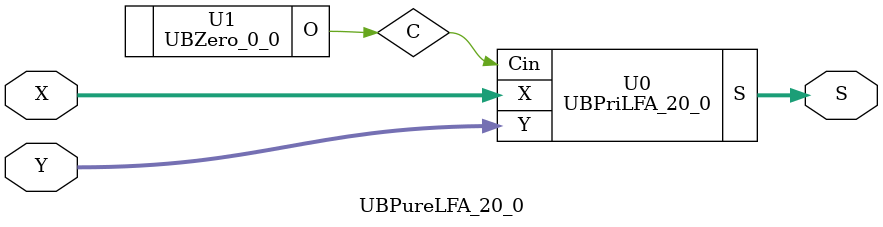
<source format=v>
/*----------------------------------------------------------------------------
  Copyright (c) 2021 Homma laboratory. All rights reserved.

  Top module: UBLFA_20_0_20_0

  Operand-1 length: 21
  Operand-2 length: 21
  Two-operand addition algorithm: Ladner-Fischer adder
----------------------------------------------------------------------------*/

module GPGenerator(Go, Po, A, B);
  output Go;
  output Po;
  input A;
  input B;
  assign Go = A & B;
  assign Po = A ^ B;
endmodule

module CarryOperator(Go, Po, Gi1, Pi1, Gi2, Pi2);
  output Go;
  output Po;
  input Gi1;
  input Gi2;
  input Pi1;
  input Pi2;
  assign Go = Gi1 | ( Gi2 & Pi1 );
  assign Po = Pi1 & Pi2;
endmodule

module UBPriLFA_20_0(S, X, Y, Cin);
  output [21:0] S;
  input Cin;
  input [20:0] X;
  input [20:0] Y;
  wire [20:0] G0;
  wire [20:0] G1;
  wire [20:0] G2;
  wire [20:0] G3;
  wire [20:0] G4;
  wire [20:0] G5;
  wire [20:0] P0;
  wire [20:0] P1;
  wire [20:0] P2;
  wire [20:0] P3;
  wire [20:0] P4;
  wire [20:0] P5;
  assign P1[0] = P0[0];
  assign G1[0] = G0[0];
  assign P1[2] = P0[2];
  assign G1[2] = G0[2];
  assign P1[4] = P0[4];
  assign G1[4] = G0[4];
  assign P1[6] = P0[6];
  assign G1[6] = G0[6];
  assign P1[8] = P0[8];
  assign G1[8] = G0[8];
  assign P1[10] = P0[10];
  assign G1[10] = G0[10];
  assign P1[12] = P0[12];
  assign G1[12] = G0[12];
  assign P1[14] = P0[14];
  assign G1[14] = G0[14];
  assign P1[16] = P0[16];
  assign G1[16] = G0[16];
  assign P1[18] = P0[18];
  assign G1[18] = G0[18];
  assign P1[20] = P0[20];
  assign G1[20] = G0[20];
  assign P2[0] = P1[0];
  assign G2[0] = G1[0];
  assign P2[1] = P1[1];
  assign G2[1] = G1[1];
  assign P2[4] = P1[4];
  assign G2[4] = G1[4];
  assign P2[5] = P1[5];
  assign G2[5] = G1[5];
  assign P2[8] = P1[8];
  assign G2[8] = G1[8];
  assign P2[9] = P1[9];
  assign G2[9] = G1[9];
  assign P2[12] = P1[12];
  assign G2[12] = G1[12];
  assign P2[13] = P1[13];
  assign G2[13] = G1[13];
  assign P2[16] = P1[16];
  assign G2[16] = G1[16];
  assign P2[17] = P1[17];
  assign G2[17] = G1[17];
  assign P2[20] = P1[20];
  assign G2[20] = G1[20];
  assign P3[0] = P2[0];
  assign G3[0] = G2[0];
  assign P3[1] = P2[1];
  assign G3[1] = G2[1];
  assign P3[2] = P2[2];
  assign G3[2] = G2[2];
  assign P3[3] = P2[3];
  assign G3[3] = G2[3];
  assign P3[8] = P2[8];
  assign G3[8] = G2[8];
  assign P3[9] = P2[9];
  assign G3[9] = G2[9];
  assign P3[10] = P2[10];
  assign G3[10] = G2[10];
  assign P3[11] = P2[11];
  assign G3[11] = G2[11];
  assign P3[16] = P2[16];
  assign G3[16] = G2[16];
  assign P3[17] = P2[17];
  assign G3[17] = G2[17];
  assign P3[18] = P2[18];
  assign G3[18] = G2[18];
  assign P3[19] = P2[19];
  assign G3[19] = G2[19];
  assign P4[0] = P3[0];
  assign G4[0] = G3[0];
  assign P4[1] = P3[1];
  assign G4[1] = G3[1];
  assign P4[2] = P3[2];
  assign G4[2] = G3[2];
  assign P4[3] = P3[3];
  assign G4[3] = G3[3];
  assign P4[4] = P3[4];
  assign G4[4] = G3[4];
  assign P4[5] = P3[5];
  assign G4[5] = G3[5];
  assign P4[6] = P3[6];
  assign G4[6] = G3[6];
  assign P4[7] = P3[7];
  assign G4[7] = G3[7];
  assign P4[16] = P3[16];
  assign G4[16] = G3[16];
  assign P4[17] = P3[17];
  assign G4[17] = G3[17];
  assign P4[18] = P3[18];
  assign G4[18] = G3[18];
  assign P4[19] = P3[19];
  assign G4[19] = G3[19];
  assign P4[20] = P3[20];
  assign G4[20] = G3[20];
  assign P5[0] = P4[0];
  assign G5[0] = G4[0];
  assign P5[1] = P4[1];
  assign G5[1] = G4[1];
  assign P5[2] = P4[2];
  assign G5[2] = G4[2];
  assign P5[3] = P4[3];
  assign G5[3] = G4[3];
  assign P5[4] = P4[4];
  assign G5[4] = G4[4];
  assign P5[5] = P4[5];
  assign G5[5] = G4[5];
  assign P5[6] = P4[6];
  assign G5[6] = G4[6];
  assign P5[7] = P4[7];
  assign G5[7] = G4[7];
  assign P5[8] = P4[8];
  assign G5[8] = G4[8];
  assign P5[9] = P4[9];
  assign G5[9] = G4[9];
  assign P5[10] = P4[10];
  assign G5[10] = G4[10];
  assign P5[11] = P4[11];
  assign G5[11] = G4[11];
  assign P5[12] = P4[12];
  assign G5[12] = G4[12];
  assign P5[13] = P4[13];
  assign G5[13] = G4[13];
  assign P5[14] = P4[14];
  assign G5[14] = G4[14];
  assign P5[15] = P4[15];
  assign G5[15] = G4[15];
  assign S[0] = Cin ^ P0[0];
  assign S[1] = ( G5[0] | ( P5[0] & Cin ) ) ^ P0[1];
  assign S[2] = ( G5[1] | ( P5[1] & Cin ) ) ^ P0[2];
  assign S[3] = ( G5[2] | ( P5[2] & Cin ) ) ^ P0[3];
  assign S[4] = ( G5[3] | ( P5[3] & Cin ) ) ^ P0[4];
  assign S[5] = ( G5[4] | ( P5[4] & Cin ) ) ^ P0[5];
  assign S[6] = ( G5[5] | ( P5[5] & Cin ) ) ^ P0[6];
  assign S[7] = ( G5[6] | ( P5[6] & Cin ) ) ^ P0[7];
  assign S[8] = ( G5[7] | ( P5[7] & Cin ) ) ^ P0[8];
  assign S[9] = ( G5[8] | ( P5[8] & Cin ) ) ^ P0[9];
  assign S[10] = ( G5[9] | ( P5[9] & Cin ) ) ^ P0[10];
  assign S[11] = ( G5[10] | ( P5[10] & Cin ) ) ^ P0[11];
  assign S[12] = ( G5[11] | ( P5[11] & Cin ) ) ^ P0[12];
  assign S[13] = ( G5[12] | ( P5[12] & Cin ) ) ^ P0[13];
  assign S[14] = ( G5[13] | ( P5[13] & Cin ) ) ^ P0[14];
  assign S[15] = ( G5[14] | ( P5[14] & Cin ) ) ^ P0[15];
  assign S[16] = ( G5[15] | ( P5[15] & Cin ) ) ^ P0[16];
  assign S[17] = ( G5[16] | ( P5[16] & Cin ) ) ^ P0[17];
  assign S[18] = ( G5[17] | ( P5[17] & Cin ) ) ^ P0[18];
  assign S[19] = ( G5[18] | ( P5[18] & Cin ) ) ^ P0[19];
  assign S[20] = ( G5[19] | ( P5[19] & Cin ) ) ^ P0[20];
  assign S[21] = G5[20] | ( P5[20] & Cin );
  GPGenerator U0 (G0[0], P0[0], X[0], Y[0]);
  GPGenerator U1 (G0[1], P0[1], X[1], Y[1]);
  GPGenerator U2 (G0[2], P0[2], X[2], Y[2]);
  GPGenerator U3 (G0[3], P0[3], X[3], Y[3]);
  GPGenerator U4 (G0[4], P0[4], X[4], Y[4]);
  GPGenerator U5 (G0[5], P0[5], X[5], Y[5]);
  GPGenerator U6 (G0[6], P0[6], X[6], Y[6]);
  GPGenerator U7 (G0[7], P0[7], X[7], Y[7]);
  GPGenerator U8 (G0[8], P0[8], X[8], Y[8]);
  GPGenerator U9 (G0[9], P0[9], X[9], Y[9]);
  GPGenerator U10 (G0[10], P0[10], X[10], Y[10]);
  GPGenerator U11 (G0[11], P0[11], X[11], Y[11]);
  GPGenerator U12 (G0[12], P0[12], X[12], Y[12]);
  GPGenerator U13 (G0[13], P0[13], X[13], Y[13]);
  GPGenerator U14 (G0[14], P0[14], X[14], Y[14]);
  GPGenerator U15 (G0[15], P0[15], X[15], Y[15]);
  GPGenerator U16 (G0[16], P0[16], X[16], Y[16]);
  GPGenerator U17 (G0[17], P0[17], X[17], Y[17]);
  GPGenerator U18 (G0[18], P0[18], X[18], Y[18]);
  GPGenerator U19 (G0[19], P0[19], X[19], Y[19]);
  GPGenerator U20 (G0[20], P0[20], X[20], Y[20]);
  CarryOperator U21 (G1[1], P1[1], G0[1], P0[1], G0[0], P0[0]);
  CarryOperator U22 (G1[3], P1[3], G0[3], P0[3], G0[2], P0[2]);
  CarryOperator U23 (G1[5], P1[5], G0[5], P0[5], G0[4], P0[4]);
  CarryOperator U24 (G1[7], P1[7], G0[7], P0[7], G0[6], P0[6]);
  CarryOperator U25 (G1[9], P1[9], G0[9], P0[9], G0[8], P0[8]);
  CarryOperator U26 (G1[11], P1[11], G0[11], P0[11], G0[10], P0[10]);
  CarryOperator U27 (G1[13], P1[13], G0[13], P0[13], G0[12], P0[12]);
  CarryOperator U28 (G1[15], P1[15], G0[15], P0[15], G0[14], P0[14]);
  CarryOperator U29 (G1[17], P1[17], G0[17], P0[17], G0[16], P0[16]);
  CarryOperator U30 (G1[19], P1[19], G0[19], P0[19], G0[18], P0[18]);
  CarryOperator U31 (G2[2], P2[2], G1[2], P1[2], G1[1], P1[1]);
  CarryOperator U32 (G2[3], P2[3], G1[3], P1[3], G1[1], P1[1]);
  CarryOperator U33 (G2[6], P2[6], G1[6], P1[6], G1[5], P1[5]);
  CarryOperator U34 (G2[7], P2[7], G1[7], P1[7], G1[5], P1[5]);
  CarryOperator U35 (G2[10], P2[10], G1[10], P1[10], G1[9], P1[9]);
  CarryOperator U36 (G2[11], P2[11], G1[11], P1[11], G1[9], P1[9]);
  CarryOperator U37 (G2[14], P2[14], G1[14], P1[14], G1[13], P1[13]);
  CarryOperator U38 (G2[15], P2[15], G1[15], P1[15], G1[13], P1[13]);
  CarryOperator U39 (G2[18], P2[18], G1[18], P1[18], G1[17], P1[17]);
  CarryOperator U40 (G2[19], P2[19], G1[19], P1[19], G1[17], P1[17]);
  CarryOperator U41 (G3[4], P3[4], G2[4], P2[4], G2[3], P2[3]);
  CarryOperator U42 (G3[5], P3[5], G2[5], P2[5], G2[3], P2[3]);
  CarryOperator U43 (G3[6], P3[6], G2[6], P2[6], G2[3], P2[3]);
  CarryOperator U44 (G3[7], P3[7], G2[7], P2[7], G2[3], P2[3]);
  CarryOperator U45 (G3[12], P3[12], G2[12], P2[12], G2[11], P2[11]);
  CarryOperator U46 (G3[13], P3[13], G2[13], P2[13], G2[11], P2[11]);
  CarryOperator U47 (G3[14], P3[14], G2[14], P2[14], G2[11], P2[11]);
  CarryOperator U48 (G3[15], P3[15], G2[15], P2[15], G2[11], P2[11]);
  CarryOperator U49 (G3[20], P3[20], G2[20], P2[20], G2[19], P2[19]);
  CarryOperator U50 (G4[8], P4[8], G3[8], P3[8], G3[7], P3[7]);
  CarryOperator U51 (G4[9], P4[9], G3[9], P3[9], G3[7], P3[7]);
  CarryOperator U52 (G4[10], P4[10], G3[10], P3[10], G3[7], P3[7]);
  CarryOperator U53 (G4[11], P4[11], G3[11], P3[11], G3[7], P3[7]);
  CarryOperator U54 (G4[12], P4[12], G3[12], P3[12], G3[7], P3[7]);
  CarryOperator U55 (G4[13], P4[13], G3[13], P3[13], G3[7], P3[7]);
  CarryOperator U56 (G4[14], P4[14], G3[14], P3[14], G3[7], P3[7]);
  CarryOperator U57 (G4[15], P4[15], G3[15], P3[15], G3[7], P3[7]);
  CarryOperator U58 (G5[16], P5[16], G4[16], P4[16], G4[15], P4[15]);
  CarryOperator U59 (G5[17], P5[17], G4[17], P4[17], G4[15], P4[15]);
  CarryOperator U60 (G5[18], P5[18], G4[18], P4[18], G4[15], P4[15]);
  CarryOperator U61 (G5[19], P5[19], G4[19], P4[19], G4[15], P4[15]);
  CarryOperator U62 (G5[20], P5[20], G4[20], P4[20], G4[15], P4[15]);
endmodule

module UBZero_0_0(O);
  output [0:0] O;
  assign O[0] = 0;
endmodule

module UBLFA_20_0_20_0 (S, X, Y);
  output [21:0] S;
  input [20:0] X;
  input [20:0] Y;
  UBPureLFA_20_0 U0 (S[21:0], X[20:0], Y[20:0]);
endmodule

module UBPureLFA_20_0 (S, X, Y);
  output [21:0] S;
  input [20:0] X;
  input [20:0] Y;
  wire C;
  UBPriLFA_20_0 U0 (S, X, Y, C);
  UBZero_0_0 U1 (C);
endmodule


</source>
